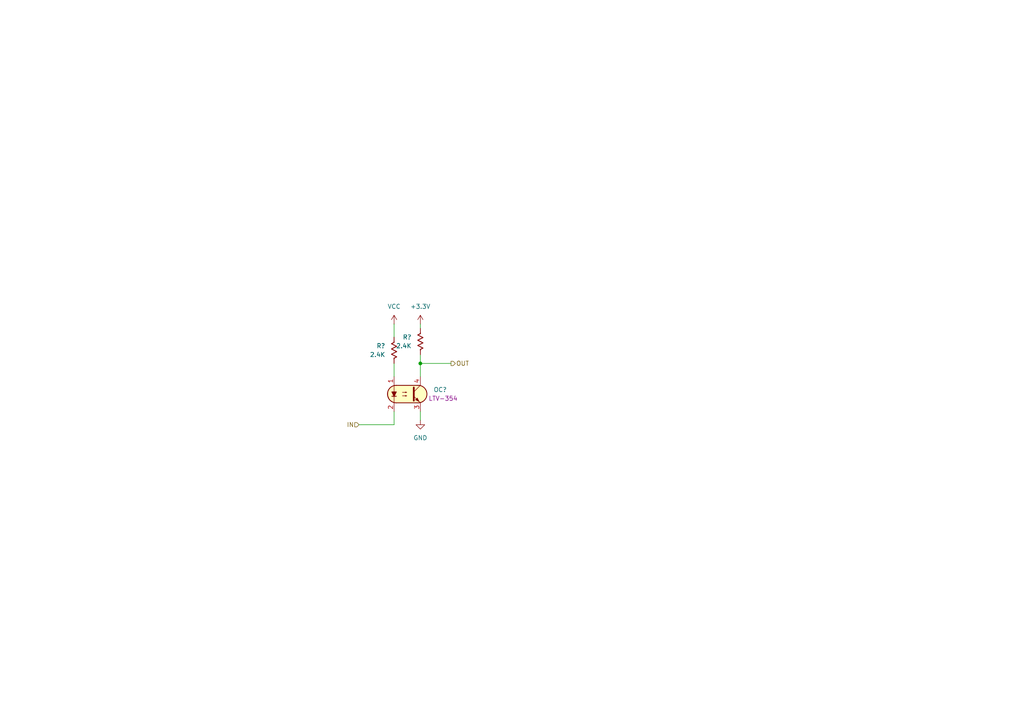
<source format=kicad_sch>
(kicad_sch
	(version 20250114)
	(generator "eeschema")
	(generator_version "9.0")
	(uuid "72da9442-9d96-49f7-bc70-e4e7d6154a9f")
	(paper "A4")
	(lib_symbols
		(symbol "GP8211S-TC50:R_0603"
			(pin_numbers
				(hide yes)
			)
			(pin_names
				(offset 0)
			)
			(exclude_from_sim no)
			(in_bom yes)
			(on_board yes)
			(property "Reference" "R"
				(at 2.54 1.27 0)
				(effects
					(font
						(size 1.27 1.27)
					)
					(justify left)
				)
			)
			(property "Value" "R_0603"
				(at 2.54 -1.27 0)
				(effects
					(font
						(size 1.27 1.27)
					)
					(justify left)
				)
			)
			(property "Footprint" "PCM_Resistor_SMD_AKL:R_0603_1608Metric"
				(at 0 -11.43 0)
				(effects
					(font
						(size 1.27 1.27)
					)
					(hide yes)
				)
			)
			(property "Datasheet" "~"
				(at 0 0 0)
				(effects
					(font
						(size 1.27 1.27)
					)
					(hide yes)
				)
			)
			(property "Description" "SMD 0603 Chip Resistor, US Symbol, Alternate KiCad Library"
				(at 0 0 0)
				(effects
					(font
						(size 1.27 1.27)
					)
					(hide yes)
				)
			)
			(property "ki_keywords" "R res resistor us SMD 0603"
				(at 0 0 0)
				(effects
					(font
						(size 1.27 1.27)
					)
					(hide yes)
				)
			)
			(property "ki_fp_filters" "R_*"
				(at 0 0 0)
				(effects
					(font
						(size 1.27 1.27)
					)
					(hide yes)
				)
			)
			(symbol "R_0603_0_1"
				(polyline
					(pts
						(xy 0 2.286) (xy 0 2.54)
					)
					(stroke
						(width 0.254)
						(type default)
					)
					(fill
						(type none)
					)
				)
				(polyline
					(pts
						(xy 0 2.286) (xy 0.762 1.905) (xy -0.762 1.143) (xy 0 0.762) (xy 0.762 0.381) (xy 0 0) (xy -0.762 -0.381)
						(xy 0 -0.762) (xy 0.762 -1.143) (xy 0 -1.524) (xy -0.762 -1.905) (xy 0 -2.286)
					)
					(stroke
						(width 0.254)
						(type default)
					)
					(fill
						(type none)
					)
				)
				(polyline
					(pts
						(xy 0 -2.286) (xy 0 -2.54)
					)
					(stroke
						(width 0.254)
						(type default)
					)
					(fill
						(type none)
					)
				)
			)
			(symbol "R_0603_0_2"
				(polyline
					(pts
						(xy -2.54 -2.54) (xy -1.778 -1.778)
					)
					(stroke
						(width 0)
						(type default)
					)
					(fill
						(type none)
					)
				)
				(polyline
					(pts
						(xy -1.778 -1.778) (xy -1.524 -1.524)
					)
					(stroke
						(width 0.254)
						(type default)
					)
					(fill
						(type none)
					)
				)
				(polyline
					(pts
						(xy -1.524 -1.524) (xy -1.778 -0.762) (xy -1.016 -1.016)
					)
					(stroke
						(width 0.254)
						(type default)
					)
					(fill
						(type none)
					)
				)
				(polyline
					(pts
						(xy -0.508 -0.508) (xy -0.762 0.254) (xy 0 0)
					)
					(stroke
						(width 0.254)
						(type default)
					)
					(fill
						(type none)
					)
				)
				(polyline
					(pts
						(xy -0.508 -0.508) (xy -0.254 -1.27) (xy -1.016 -1.016)
					)
					(stroke
						(width 0.254)
						(type default)
					)
					(fill
						(type none)
					)
				)
				(polyline
					(pts
						(xy 0.508 0.508) (xy 0.254 1.27) (xy 1.016 1.016)
					)
					(stroke
						(width 0.254)
						(type default)
					)
					(fill
						(type none)
					)
				)
				(polyline
					(pts
						(xy 0.508 0.508) (xy 0.762 -0.254) (xy 0 0)
					)
					(stroke
						(width 0.254)
						(type default)
					)
					(fill
						(type none)
					)
				)
				(polyline
					(pts
						(xy 1.524 1.524) (xy 1.778 0.762) (xy 1.016 1.016)
					)
					(stroke
						(width 0.254)
						(type default)
					)
					(fill
						(type none)
					)
				)
				(polyline
					(pts
						(xy 1.778 1.778) (xy 1.524 1.524)
					)
					(stroke
						(width 0.254)
						(type default)
					)
					(fill
						(type none)
					)
				)
				(polyline
					(pts
						(xy 1.778 1.778) (xy 2.54 2.54)
					)
					(stroke
						(width 0)
						(type default)
					)
					(fill
						(type none)
					)
				)
			)
			(symbol "R_0603_1_1"
				(pin passive line
					(at 0 3.81 270)
					(length 1.27)
					(name "~"
						(effects
							(font
								(size 1.27 1.27)
							)
						)
					)
					(number "1"
						(effects
							(font
								(size 1.27 1.27)
							)
						)
					)
				)
				(pin passive line
					(at 0 -3.81 90)
					(length 1.27)
					(name "~"
						(effects
							(font
								(size 1.27 1.27)
							)
						)
					)
					(number "2"
						(effects
							(font
								(size 1.27 1.27)
							)
						)
					)
				)
			)
			(symbol "R_0603_1_2"
				(pin passive line
					(at -2.54 -2.54 0)
					(length 0)
					(name ""
						(effects
							(font
								(size 1.27 1.27)
							)
						)
					)
					(number "2"
						(effects
							(font
								(size 1.27 1.27)
							)
						)
					)
				)
				(pin passive line
					(at 2.54 2.54 180)
					(length 0)
					(name ""
						(effects
							(font
								(size 1.27 1.27)
							)
						)
					)
					(number "1"
						(effects
							(font
								(size 1.27 1.27)
							)
						)
					)
				)
			)
			(embedded_fonts no)
		)
		(symbol "Optocoupler_AKL:FOD817S"
			(pin_names
				(offset 1.016)
			)
			(exclude_from_sim no)
			(in_bom yes)
			(on_board yes)
			(property "Reference" "OC"
				(at 6.35 1.27 0)
				(effects
					(font
						(size 1.27 1.27)
					)
					(justify left)
				)
			)
			(property "Value" "FOD817S"
				(at 6.35 -1.27 0)
				(effects
					(font
						(size 1.27 1.27)
					)
					(justify left)
				)
			)
			(property "Footprint" "Package_DIP_AKL:SMDIP-4_W9.53mm"
				(at -5.08 -5.08 0)
				(effects
					(font
						(size 1.27 1.27)
						(italic yes)
					)
					(justify left)
					(hide yes)
				)
			)
			(property "Datasheet" "https://www.tme.eu/Document/3a0358906a5fcb3aa253d025de809a1d/FOD814300W.PDF"
				(at 0 0 0)
				(effects
					(font
						(size 1.27 1.27)
					)
					(justify left)
					(hide yes)
				)
			)
			(property "Description" "SMDIP-4 Optocoupler, Transistor output, 5kV, 8us, Alternate KiCAD Library"
				(at 0 0 0)
				(effects
					(font
						(size 1.27 1.27)
					)
					(hide yes)
				)
			)
			(property "ki_keywords" "NPN Optocoupler transistor output bidirectional input FOD817"
				(at 0 0 0)
				(effects
					(font
						(size 1.27 1.27)
					)
					(hide yes)
				)
			)
			(property "ki_fp_filters" "DIP*W7.62mm*"
				(at 0 0 0)
				(effects
					(font
						(size 1.27 1.27)
					)
					(hide yes)
				)
			)
			(symbol "FOD817S_0_1"
				(polyline
					(pts
						(xy -4.445 -0.635) (xy -3.175 -0.635)
					)
					(stroke
						(width 0.254)
						(type default)
					)
					(fill
						(type none)
					)
				)
				(polyline
					(pts
						(xy -3.81 -0.635) (xy -4.445 0.635) (xy -3.175 0.635) (xy -3.81 -0.635)
					)
					(stroke
						(width 0.254)
						(type default)
					)
					(fill
						(type outline)
					)
				)
				(polyline
					(pts
						(xy -3.81 -2.54) (xy -3.81 -1.27) (xy -3.81 2.54)
					)
					(stroke
						(width 0.1524)
						(type default)
					)
					(fill
						(type none)
					)
				)
				(polyline
					(pts
						(xy -3.175 2.54) (xy 3.175 2.54)
					)
					(stroke
						(width 0.254)
						(type default)
					)
					(fill
						(type none)
					)
				)
				(arc
					(start -3.1975 -2.54)
					(mid -5.7151 0)
					(end -3.1975 2.54)
					(stroke
						(width 0.254)
						(type default)
					)
					(fill
						(type none)
					)
				)
				(polyline
					(pts
						(xy -2.54 2.54) (xy 3.429 2.54) (xy 4.318 2.286) (xy 4.699 2.032) (xy 5.08 1.651) (xy 5.461 1.016)
						(xy 5.715 0.381) (xy 5.715 -0.381) (xy 5.461 -1.143) (xy 4.826 -1.905) (xy 4.191 -2.286) (xy 3.302 -2.54)
						(xy -3.81 -2.54) (xy -3.81 -2.54) (xy -4.572 -2.032) (xy -5.08 -1.778) (xy -5.588 -0.508) (xy -5.588 0.254)
						(xy -5.588 1.016) (xy -5.08 1.778) (xy -4.318 2.286) (xy -3.556 2.54) (xy -2.54 2.54)
					)
					(stroke
						(width 0.01)
						(type default)
					)
					(fill
						(type background)
					)
				)
				(polyline
					(pts
						(xy -1.397 0.508) (xy -0.127 0.508) (xy -0.508 0.381) (xy -0.508 0.635) (xy -0.127 0.508)
					)
					(stroke
						(width 0)
						(type default)
					)
					(fill
						(type none)
					)
				)
				(polyline
					(pts
						(xy -1.397 -0.508) (xy -0.127 -0.508) (xy -0.508 -0.635) (xy -0.508 -0.381) (xy -0.127 -0.508)
					)
					(stroke
						(width 0)
						(type default)
					)
					(fill
						(type none)
					)
				)
				(polyline
					(pts
						(xy 1.905 1.905) (xy 1.905 -1.905) (xy 1.905 -1.905)
					)
					(stroke
						(width 0.508)
						(type default)
					)
					(fill
						(type none)
					)
				)
				(polyline
					(pts
						(xy 1.905 0.635) (xy 3.81 2.54)
					)
					(stroke
						(width 0)
						(type default)
					)
					(fill
						(type none)
					)
				)
				(polyline
					(pts
						(xy 2.413 -1.651) (xy 2.921 -1.143) (xy 3.429 -2.159) (xy 2.413 -1.651) (xy 2.413 -1.651)
					)
					(stroke
						(width 0)
						(type default)
					)
					(fill
						(type outline)
					)
				)
				(arc
					(start 3.1975 2.54)
					(mid 5.7151 0)
					(end 3.1975 -2.54)
					(stroke
						(width 0.254)
						(type default)
					)
					(fill
						(type none)
					)
				)
				(polyline
					(pts
						(xy 3.175 -2.54) (xy -3.175 -2.54)
					)
					(stroke
						(width 0.254)
						(type default)
					)
					(fill
						(type none)
					)
				)
				(polyline
					(pts
						(xy 3.81 -2.54) (xy 1.905 -0.635)
					)
					(stroke
						(width 0)
						(type default)
					)
					(fill
						(type outline)
					)
				)
			)
			(symbol "FOD817S_1_1"
				(pin passive line
					(at -3.81 5.08 270)
					(length 2.54)
					(name "~"
						(effects
							(font
								(size 1.27 1.27)
							)
						)
					)
					(number "1"
						(effects
							(font
								(size 1.27 1.27)
							)
						)
					)
				)
				(pin passive line
					(at -3.81 -5.08 90)
					(length 2.54)
					(name "~"
						(effects
							(font
								(size 1.27 1.27)
							)
						)
					)
					(number "2"
						(effects
							(font
								(size 1.27 1.27)
							)
						)
					)
				)
				(pin passive line
					(at 3.81 5.08 270)
					(length 2.54)
					(name "~"
						(effects
							(font
								(size 1.27 1.27)
							)
						)
					)
					(number "4"
						(effects
							(font
								(size 1.27 1.27)
							)
						)
					)
				)
				(pin passive line
					(at 3.81 -5.08 90)
					(length 2.54)
					(name "~"
						(effects
							(font
								(size 1.27 1.27)
							)
						)
					)
					(number "3"
						(effects
							(font
								(size 1.27 1.27)
							)
						)
					)
				)
			)
			(embedded_fonts no)
		)
		(symbol "power:+3.3V"
			(power)
			(pin_numbers
				(hide yes)
			)
			(pin_names
				(offset 0)
				(hide yes)
			)
			(exclude_from_sim no)
			(in_bom yes)
			(on_board yes)
			(property "Reference" "#PWR"
				(at 0 -3.81 0)
				(effects
					(font
						(size 1.27 1.27)
					)
					(hide yes)
				)
			)
			(property "Value" "+3.3V"
				(at 0 3.556 0)
				(effects
					(font
						(size 1.27 1.27)
					)
				)
			)
			(property "Footprint" ""
				(at 0 0 0)
				(effects
					(font
						(size 1.27 1.27)
					)
					(hide yes)
				)
			)
			(property "Datasheet" ""
				(at 0 0 0)
				(effects
					(font
						(size 1.27 1.27)
					)
					(hide yes)
				)
			)
			(property "Description" "Power symbol creates a global label with name \"+3.3V\""
				(at 0 0 0)
				(effects
					(font
						(size 1.27 1.27)
					)
					(hide yes)
				)
			)
			(property "ki_keywords" "global power"
				(at 0 0 0)
				(effects
					(font
						(size 1.27 1.27)
					)
					(hide yes)
				)
			)
			(symbol "+3.3V_0_1"
				(polyline
					(pts
						(xy -0.762 1.27) (xy 0 2.54)
					)
					(stroke
						(width 0)
						(type default)
					)
					(fill
						(type none)
					)
				)
				(polyline
					(pts
						(xy 0 2.54) (xy 0.762 1.27)
					)
					(stroke
						(width 0)
						(type default)
					)
					(fill
						(type none)
					)
				)
				(polyline
					(pts
						(xy 0 0) (xy 0 2.54)
					)
					(stroke
						(width 0)
						(type default)
					)
					(fill
						(type none)
					)
				)
			)
			(symbol "+3.3V_1_1"
				(pin power_in line
					(at 0 0 90)
					(length 0)
					(name "~"
						(effects
							(font
								(size 1.27 1.27)
							)
						)
					)
					(number "1"
						(effects
							(font
								(size 1.27 1.27)
							)
						)
					)
				)
			)
			(embedded_fonts no)
		)
		(symbol "power:GND"
			(power)
			(pin_numbers
				(hide yes)
			)
			(pin_names
				(offset 0)
				(hide yes)
			)
			(exclude_from_sim no)
			(in_bom yes)
			(on_board yes)
			(property "Reference" "#PWR"
				(at 0 -6.35 0)
				(effects
					(font
						(size 1.27 1.27)
					)
					(hide yes)
				)
			)
			(property "Value" "GND"
				(at 0 -3.81 0)
				(effects
					(font
						(size 1.27 1.27)
					)
				)
			)
			(property "Footprint" ""
				(at 0 0 0)
				(effects
					(font
						(size 1.27 1.27)
					)
					(hide yes)
				)
			)
			(property "Datasheet" ""
				(at 0 0 0)
				(effects
					(font
						(size 1.27 1.27)
					)
					(hide yes)
				)
			)
			(property "Description" "Power symbol creates a global label with name \"GND\" , ground"
				(at 0 0 0)
				(effects
					(font
						(size 1.27 1.27)
					)
					(hide yes)
				)
			)
			(property "ki_keywords" "global power"
				(at 0 0 0)
				(effects
					(font
						(size 1.27 1.27)
					)
					(hide yes)
				)
			)
			(symbol "GND_0_1"
				(polyline
					(pts
						(xy 0 0) (xy 0 -1.27) (xy 1.27 -1.27) (xy 0 -2.54) (xy -1.27 -1.27) (xy 0 -1.27)
					)
					(stroke
						(width 0)
						(type default)
					)
					(fill
						(type none)
					)
				)
			)
			(symbol "GND_1_1"
				(pin power_in line
					(at 0 0 270)
					(length 0)
					(name "~"
						(effects
							(font
								(size 1.27 1.27)
							)
						)
					)
					(number "1"
						(effects
							(font
								(size 1.27 1.27)
							)
						)
					)
				)
			)
			(embedded_fonts no)
		)
		(symbol "power:VCC"
			(power)
			(pin_numbers
				(hide yes)
			)
			(pin_names
				(offset 0)
				(hide yes)
			)
			(exclude_from_sim no)
			(in_bom yes)
			(on_board yes)
			(property "Reference" "#PWR"
				(at 0 -3.81 0)
				(effects
					(font
						(size 1.27 1.27)
					)
					(hide yes)
				)
			)
			(property "Value" "VCC"
				(at 0 3.556 0)
				(effects
					(font
						(size 1.27 1.27)
					)
				)
			)
			(property "Footprint" ""
				(at 0 0 0)
				(effects
					(font
						(size 1.27 1.27)
					)
					(hide yes)
				)
			)
			(property "Datasheet" ""
				(at 0 0 0)
				(effects
					(font
						(size 1.27 1.27)
					)
					(hide yes)
				)
			)
			(property "Description" "Power symbol creates a global label with name \"VCC\""
				(at 0 0 0)
				(effects
					(font
						(size 1.27 1.27)
					)
					(hide yes)
				)
			)
			(property "ki_keywords" "global power"
				(at 0 0 0)
				(effects
					(font
						(size 1.27 1.27)
					)
					(hide yes)
				)
			)
			(symbol "VCC_0_1"
				(polyline
					(pts
						(xy -0.762 1.27) (xy 0 2.54)
					)
					(stroke
						(width 0)
						(type default)
					)
					(fill
						(type none)
					)
				)
				(polyline
					(pts
						(xy 0 2.54) (xy 0.762 1.27)
					)
					(stroke
						(width 0)
						(type default)
					)
					(fill
						(type none)
					)
				)
				(polyline
					(pts
						(xy 0 0) (xy 0 2.54)
					)
					(stroke
						(width 0)
						(type default)
					)
					(fill
						(type none)
					)
				)
			)
			(symbol "VCC_1_1"
				(pin power_in line
					(at 0 0 90)
					(length 0)
					(name "~"
						(effects
							(font
								(size 1.27 1.27)
							)
						)
					)
					(number "1"
						(effects
							(font
								(size 1.27 1.27)
							)
						)
					)
				)
			)
			(embedded_fonts no)
		)
	)
	(junction
		(at 121.92 105.41)
		(diameter 0)
		(color 0 0 0 0)
		(uuid "896d4be0-6316-4f68-9fcc-e25c890d8f32")
	)
	(wire
		(pts
			(xy 104.14 123.19) (xy 114.3 123.19)
		)
		(stroke
			(width 0)
			(type default)
		)
		(uuid "25c6151f-e599-42aa-8bfe-074c39ee6166")
	)
	(wire
		(pts
			(xy 121.92 105.41) (xy 121.92 109.22)
		)
		(stroke
			(width 0)
			(type default)
		)
		(uuid "62552511-7f69-4ce8-baa3-b3c570f865a2")
	)
	(wire
		(pts
			(xy 114.3 105.41) (xy 114.3 109.22)
		)
		(stroke
			(width 0)
			(type default)
		)
		(uuid "64de547f-8dea-4074-9d0d-45ddb79bda39")
	)
	(wire
		(pts
			(xy 121.92 102.87) (xy 121.92 105.41)
		)
		(stroke
			(width 0)
			(type default)
		)
		(uuid "81a08b6c-348d-45f3-b41d-218471e70e11")
	)
	(wire
		(pts
			(xy 121.92 93.98) (xy 121.92 95.25)
		)
		(stroke
			(width 0)
			(type default)
		)
		(uuid "959a7209-6402-458e-ac68-96a770a5e2be")
	)
	(wire
		(pts
			(xy 121.92 119.38) (xy 121.92 121.92)
		)
		(stroke
			(width 0)
			(type default)
		)
		(uuid "9906ed94-6ebf-40aa-b301-d8812f7e5c00")
	)
	(wire
		(pts
			(xy 114.3 123.19) (xy 114.3 119.38)
		)
		(stroke
			(width 0)
			(type default)
		)
		(uuid "9c2dbb53-d835-4e75-abfe-a6bd08b25dae")
	)
	(wire
		(pts
			(xy 114.3 93.98) (xy 114.3 97.79)
		)
		(stroke
			(width 0)
			(type default)
		)
		(uuid "edc61e42-de60-4228-bba8-b14fa97c2b75")
	)
	(wire
		(pts
			(xy 121.92 105.41) (xy 130.81 105.41)
		)
		(stroke
			(width 0)
			(type default)
		)
		(uuid "fe83acd5-982d-449a-b921-b0841a343c6c")
	)
	(hierarchical_label "OUT"
		(shape output)
		(at 130.81 105.41 0)
		(effects
			(font
				(size 1.27 1.27)
			)
			(justify left)
		)
		(uuid "58baaaed-8885-4212-8233-bd127193c50e")
	)
	(hierarchical_label "IN"
		(shape input)
		(at 104.14 123.19 180)
		(effects
			(font
				(size 1.27 1.27)
			)
			(justify right)
		)
		(uuid "90236c1e-0a6c-4877-ac5f-14cb1846d641")
	)
	(symbol
		(lib_id "GP8211S-TC50:R_0603")
		(at 114.3 101.6 0)
		(mirror x)
		(unit 1)
		(exclude_from_sim no)
		(in_bom yes)
		(on_board yes)
		(dnp no)
		(uuid "07feb1ed-dafd-463d-9004-914a35e8dbcf")
		(property "Reference" "R?"
			(at 111.76 100.3299 0)
			(effects
				(font
					(size 1.27 1.27)
				)
				(justify right)
			)
		)
		(property "Value" "2.4K"
			(at 111.76 102.8699 0)
			(effects
				(font
					(size 1.27 1.27)
				)
				(justify right)
			)
		)
		(property "Footprint" "PCM_Resistor_SMD_AKL:R_0603_1608Metric"
			(at 114.3 90.17 0)
			(effects
				(font
					(size 1.27 1.27)
				)
				(hide yes)
			)
		)
		(property "Datasheet" "~"
			(at 114.3 101.6 0)
			(effects
				(font
					(size 1.27 1.27)
				)
				(hide yes)
			)
		)
		(property "Description" "SMD 0603 Chip Resistor, US Symbol, Alternate KiCad Library"
			(at 114.3 101.6 0)
			(effects
				(font
					(size 1.27 1.27)
				)
				(hide yes)
			)
		)
		(property "LCSC" ""
			(at 114.3 101.6 0)
			(effects
				(font
					(size 1.27 1.27)
				)
				(hide yes)
			)
		)
		(pin "1"
			(uuid "9d1d12af-2f88-4cde-a0ca-3b9e36c2287a")
		)
		(pin "2"
			(uuid "95895fae-9171-49c9-8d35-fb404c308d1e")
		)
		(instances
			(project "PLC4UNIPCB"
				(path "/20dd9fa8-33e5-4e01-8b4a-8cb5828152c9/ef44eee8-cd41-4527-92e2-6c408c0d0d91/59861780-d6fb-414a-827f-edc9de870fb9"
					(reference "R?")
					(unit 1)
				)
				(path "/20dd9fa8-33e5-4e01-8b4a-8cb5828152c9/ef44eee8-cd41-4527-92e2-6c408c0d0d91/c6bbb3ed-b60d-44fc-9c2e-d61ac846ae2a"
					(reference "R?")
					(unit 1)
				)
			)
		)
	)
	(symbol
		(lib_id "power:GND")
		(at 121.92 121.92 0)
		(unit 1)
		(exclude_from_sim no)
		(in_bom yes)
		(on_board yes)
		(dnp no)
		(fields_autoplaced yes)
		(uuid "0f1418c1-5071-44ce-a39f-d0f0549f52b5")
		(property "Reference" "#PWR09"
			(at 121.92 128.27 0)
			(effects
				(font
					(size 1.27 1.27)
				)
				(hide yes)
			)
		)
		(property "Value" "GND"
			(at 121.92 127 0)
			(effects
				(font
					(size 1.27 1.27)
				)
			)
		)
		(property "Footprint" ""
			(at 121.92 121.92 0)
			(effects
				(font
					(size 1.27 1.27)
				)
				(hide yes)
			)
		)
		(property "Datasheet" ""
			(at 121.92 121.92 0)
			(effects
				(font
					(size 1.27 1.27)
				)
				(hide yes)
			)
		)
		(property "Description" "Power symbol creates a global label with name \"GND\" , ground"
			(at 121.92 121.92 0)
			(effects
				(font
					(size 1.27 1.27)
				)
				(hide yes)
			)
		)
		(pin "1"
			(uuid "e2bdefed-9702-4f14-964a-da0240202ec6")
		)
		(instances
			(project "PLC4UNIPCB"
				(path "/20dd9fa8-33e5-4e01-8b4a-8cb5828152c9/ef44eee8-cd41-4527-92e2-6c408c0d0d91/c6bbb3ed-b60d-44fc-9c2e-d61ac846ae2a"
					(reference "#PWR09")
					(unit 1)
				)
			)
		)
	)
	(symbol
		(lib_id "Optocoupler_AKL:FOD817S")
		(at 118.11 114.3 0)
		(unit 1)
		(exclude_from_sim no)
		(in_bom yes)
		(on_board yes)
		(dnp no)
		(uuid "6f2ff969-5776-4e9d-8a38-82b9cb7c0549")
		(property "Reference" "OC?"
			(at 125.73 113.0299 0)
			(effects
				(font
					(size 1.27 1.27)
				)
				(justify left)
			)
		)
		(property "Value" "FOD817S"
			(at 125.73 115.5699 0)
			(effects
				(font
					(size 1.27 1.27)
				)
				(justify left)
				(hide yes)
			)
		)
		(property "Footprint" "Package_DIP_AKL:SMDIP-4_W9.53mm"
			(at 113.03 119.38 0)
			(effects
				(font
					(size 1.27 1.27)
					(italic yes)
				)
				(justify left)
				(hide yes)
			)
		)
		(property "Datasheet" "https://www.tme.eu/Document/3a0358906a5fcb3aa253d025de809a1d/FOD814300W.PDF"
			(at 118.11 114.3 0)
			(effects
				(font
					(size 1.27 1.27)
				)
				(justify left)
				(hide yes)
			)
		)
		(property "Description" "SMDIP-4 Optocoupler, Transistor output, 5kV, 8us, Alternate KiCAD Library"
			(at 118.11 114.3 0)
			(effects
				(font
					(size 1.27 1.27)
				)
				(hide yes)
			)
		)
		(property "Part Number" "LTV-354"
			(at 128.524 115.57 0)
			(effects
				(font
					(size 1.27 1.27)
				)
			)
		)
		(pin "3"
			(uuid "a2c08ddd-1d1d-4980-9a17-53df509927d8")
		)
		(pin "4"
			(uuid "4a95d200-2011-4e92-b318-8e5aa6d1d7a8")
		)
		(pin "2"
			(uuid "a5b9c4be-9ccc-414f-8d75-cc5c59510d03")
		)
		(pin "1"
			(uuid "c25e766c-1d38-4257-bbda-e17f5442f292")
		)
		(instances
			(project "PLC4UNIPCB"
				(path "/20dd9fa8-33e5-4e01-8b4a-8cb5828152c9/ef44eee8-cd41-4527-92e2-6c408c0d0d91/c6bbb3ed-b60d-44fc-9c2e-d61ac846ae2a"
					(reference "OC?")
					(unit 1)
				)
			)
		)
	)
	(symbol
		(lib_id "power:+3.3V")
		(at 121.92 93.98 0)
		(unit 1)
		(exclude_from_sim no)
		(in_bom yes)
		(on_board yes)
		(dnp no)
		(fields_autoplaced yes)
		(uuid "782d3b6d-9de2-4906-abcf-e88b21b6cee2")
		(property "Reference" "#PWR07"
			(at 121.92 97.79 0)
			(effects
				(font
					(size 1.27 1.27)
				)
				(hide yes)
			)
		)
		(property "Value" "+3.3V"
			(at 121.92 88.9 0)
			(effects
				(font
					(size 1.27 1.27)
				)
			)
		)
		(property "Footprint" ""
			(at 121.92 93.98 0)
			(effects
				(font
					(size 1.27 1.27)
				)
				(hide yes)
			)
		)
		(property "Datasheet" ""
			(at 121.92 93.98 0)
			(effects
				(font
					(size 1.27 1.27)
				)
				(hide yes)
			)
		)
		(property "Description" "Power symbol creates a global label with name \"+3.3V\""
			(at 121.92 93.98 0)
			(effects
				(font
					(size 1.27 1.27)
				)
				(hide yes)
			)
		)
		(pin "1"
			(uuid "ddf7c04f-e1b1-4c74-950d-3ca90c75a265")
		)
		(instances
			(project "PLC4UNIPCB"
				(path "/20dd9fa8-33e5-4e01-8b4a-8cb5828152c9/ef44eee8-cd41-4527-92e2-6c408c0d0d91/c6bbb3ed-b60d-44fc-9c2e-d61ac846ae2a"
					(reference "#PWR07")
					(unit 1)
				)
			)
		)
	)
	(symbol
		(lib_id "GP8211S-TC50:R_0603")
		(at 121.92 99.06 0)
		(mirror x)
		(unit 1)
		(exclude_from_sim no)
		(in_bom yes)
		(on_board yes)
		(dnp no)
		(uuid "7efce90e-b71d-47e8-96ce-408c58f16de5")
		(property "Reference" "R?"
			(at 119.38 97.7899 0)
			(effects
				(font
					(size 1.27 1.27)
				)
				(justify right)
			)
		)
		(property "Value" "2.4K"
			(at 119.38 100.3299 0)
			(effects
				(font
					(size 1.27 1.27)
				)
				(justify right)
			)
		)
		(property "Footprint" "PCM_Resistor_SMD_AKL:R_0603_1608Metric"
			(at 121.92 87.63 0)
			(effects
				(font
					(size 1.27 1.27)
				)
				(hide yes)
			)
		)
		(property "Datasheet" "~"
			(at 121.92 99.06 0)
			(effects
				(font
					(size 1.27 1.27)
				)
				(hide yes)
			)
		)
		(property "Description" "SMD 0603 Chip Resistor, US Symbol, Alternate KiCad Library"
			(at 121.92 99.06 0)
			(effects
				(font
					(size 1.27 1.27)
				)
				(hide yes)
			)
		)
		(property "LCSC" ""
			(at 121.92 99.06 0)
			(effects
				(font
					(size 1.27 1.27)
				)
				(hide yes)
			)
		)
		(pin "1"
			(uuid "9433ac87-5193-4bb1-8c28-319e21374685")
		)
		(pin "2"
			(uuid "f36e502e-7373-40e7-bd4d-4b7579bba2cb")
		)
		(instances
			(project "PLC4UNIPCB"
				(path "/20dd9fa8-33e5-4e01-8b4a-8cb5828152c9/ef44eee8-cd41-4527-92e2-6c408c0d0d91/59861780-d6fb-414a-827f-edc9de870fb9"
					(reference "R?")
					(unit 1)
				)
				(path "/20dd9fa8-33e5-4e01-8b4a-8cb5828152c9/ef44eee8-cd41-4527-92e2-6c408c0d0d91/c6bbb3ed-b60d-44fc-9c2e-d61ac846ae2a"
					(reference "R?")
					(unit 1)
				)
			)
		)
	)
	(symbol
		(lib_id "power:VCC")
		(at 114.3 93.98 0)
		(unit 1)
		(exclude_from_sim no)
		(in_bom yes)
		(on_board yes)
		(dnp no)
		(fields_autoplaced yes)
		(uuid "b09cd9cb-4d2a-4c57-b809-399f540e58b3")
		(property "Reference" "#PWR05"
			(at 114.3 97.79 0)
			(effects
				(font
					(size 1.27 1.27)
				)
				(hide yes)
			)
		)
		(property "Value" "VCC"
			(at 114.3 88.9 0)
			(effects
				(font
					(size 1.27 1.27)
				)
			)
		)
		(property "Footprint" ""
			(at 114.3 93.98 0)
			(effects
				(font
					(size 1.27 1.27)
				)
				(hide yes)
			)
		)
		(property "Datasheet" ""
			(at 114.3 93.98 0)
			(effects
				(font
					(size 1.27 1.27)
				)
				(hide yes)
			)
		)
		(property "Description" "Power symbol creates a global label with name \"VCC\""
			(at 114.3 93.98 0)
			(effects
				(font
					(size 1.27 1.27)
				)
				(hide yes)
			)
		)
		(pin "1"
			(uuid "796080a3-fb48-4035-803c-768aea94da99")
		)
		(instances
			(project "PLC4UNIPCB"
				(path "/20dd9fa8-33e5-4e01-8b4a-8cb5828152c9/ef44eee8-cd41-4527-92e2-6c408c0d0d91/c6bbb3ed-b60d-44fc-9c2e-d61ac846ae2a"
					(reference "#PWR05")
					(unit 1)
				)
			)
		)
	)
)

</source>
